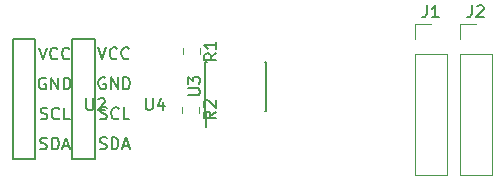
<source format=gbr>
G04 #@! TF.GenerationSoftware,KiCad,Pcbnew,5.0.0-fee4fd1~66~ubuntu18.04.1*
G04 #@! TF.CreationDate,2018-10-20T19:30:02+02:00*
G04 #@! TF.ProjectId,bmp280-sensor-board,626D703238302D73656E736F722D626F,rev?*
G04 #@! TF.SameCoordinates,Original*
G04 #@! TF.FileFunction,Legend,Top*
G04 #@! TF.FilePolarity,Positive*
%FSLAX46Y46*%
G04 Gerber Fmt 4.6, Leading zero omitted, Abs format (unit mm)*
G04 Created by KiCad (PCBNEW 5.0.0-fee4fd1~66~ubuntu18.04.1) date Sat Oct 20 19:30:02 2018*
%MOMM*%
%LPD*%
G01*
G04 APERTURE LIST*
%ADD10C,0.120000*%
%ADD11C,0.150000*%
G04 APERTURE END LIST*
D10*
G04 #@! TO.C,R1*
X110565000Y-44803748D02*
X110565000Y-45326252D01*
X109145000Y-44803748D02*
X109145000Y-45326252D01*
G04 #@! TO.C,R2*
X109100000Y-49738748D02*
X109100000Y-50261252D01*
X110520000Y-49738748D02*
X110520000Y-50261252D01*
D11*
G04 #@! TO.C,U3*
X111045000Y-50085000D02*
X111095000Y-50085000D01*
X111045000Y-45935000D02*
X111190000Y-45935000D01*
X116195000Y-45935000D02*
X116050000Y-45935000D01*
X116195000Y-50085000D02*
X116050000Y-50085000D01*
X111045000Y-50085000D02*
X111045000Y-45935000D01*
X116195000Y-50085000D02*
X116195000Y-45935000D01*
X111095000Y-50085000D02*
X111095000Y-51485000D01*
G04 #@! TO.C,U2*
X96647000Y-44005500D02*
X94742000Y-44005500D01*
X96647000Y-54165500D02*
X96647000Y-44005500D01*
X94742000Y-54165500D02*
X96647000Y-54165500D01*
X94742000Y-44005500D02*
X94742000Y-54165500D01*
G04 #@! TO.C,U4*
X99779500Y-43985500D02*
X99779500Y-54145500D01*
X99779500Y-54145500D02*
X101684500Y-54145500D01*
X101684500Y-54145500D02*
X101684500Y-43985500D01*
X101684500Y-43985500D02*
X99779500Y-43985500D01*
D10*
G04 #@! TO.C,J1*
X128800000Y-55530000D02*
X131460000Y-55530000D01*
X128800000Y-45310000D02*
X128800000Y-55530000D01*
X131460000Y-45310000D02*
X131460000Y-55530000D01*
X128800000Y-45310000D02*
X131460000Y-45310000D01*
X128800000Y-44040000D02*
X128800000Y-42710000D01*
X128800000Y-42710000D02*
X130130000Y-42710000D01*
G04 #@! TO.C,J2*
X132610000Y-42710000D02*
X133940000Y-42710000D01*
X132610000Y-44040000D02*
X132610000Y-42710000D01*
X132610000Y-45310000D02*
X135270000Y-45310000D01*
X135270000Y-45310000D02*
X135270000Y-55530000D01*
X132610000Y-45310000D02*
X132610000Y-55530000D01*
X132610000Y-55530000D02*
X135270000Y-55530000D01*
G04 #@! TO.C,R1*
D11*
X111957380Y-45231666D02*
X111481190Y-45565000D01*
X111957380Y-45803095D02*
X110957380Y-45803095D01*
X110957380Y-45422142D01*
X111005000Y-45326904D01*
X111052619Y-45279285D01*
X111147857Y-45231666D01*
X111290714Y-45231666D01*
X111385952Y-45279285D01*
X111433571Y-45326904D01*
X111481190Y-45422142D01*
X111481190Y-45803095D01*
X111957380Y-44279285D02*
X111957380Y-44850714D01*
X111957380Y-44565000D02*
X110957380Y-44565000D01*
X111100238Y-44660238D01*
X111195476Y-44755476D01*
X111243095Y-44850714D01*
G04 #@! TO.C,R2*
X111912380Y-50166666D02*
X111436190Y-50500000D01*
X111912380Y-50738095D02*
X110912380Y-50738095D01*
X110912380Y-50357142D01*
X110960000Y-50261904D01*
X111007619Y-50214285D01*
X111102857Y-50166666D01*
X111245714Y-50166666D01*
X111340952Y-50214285D01*
X111388571Y-50261904D01*
X111436190Y-50357142D01*
X111436190Y-50738095D01*
X111007619Y-49785714D02*
X110960000Y-49738095D01*
X110912380Y-49642857D01*
X110912380Y-49404761D01*
X110960000Y-49309523D01*
X111007619Y-49261904D01*
X111102857Y-49214285D01*
X111198095Y-49214285D01*
X111340952Y-49261904D01*
X111912380Y-49833333D01*
X111912380Y-49214285D01*
G04 #@! TO.C,U3*
X109572380Y-48771904D02*
X110381904Y-48771904D01*
X110477142Y-48724285D01*
X110524761Y-48676666D01*
X110572380Y-48581428D01*
X110572380Y-48390952D01*
X110524761Y-48295714D01*
X110477142Y-48248095D01*
X110381904Y-48200476D01*
X109572380Y-48200476D01*
X109572380Y-47819523D02*
X109572380Y-47200476D01*
X109953333Y-47533809D01*
X109953333Y-47390952D01*
X110000952Y-47295714D01*
X110048571Y-47248095D01*
X110143809Y-47200476D01*
X110381904Y-47200476D01*
X110477142Y-47248095D01*
X110524761Y-47295714D01*
X110572380Y-47390952D01*
X110572380Y-47676666D01*
X110524761Y-47771904D01*
X110477142Y-47819523D01*
G04 #@! TO.C,U2*
X100965095Y-49037880D02*
X100965095Y-49847404D01*
X101012714Y-49942642D01*
X101060333Y-49990261D01*
X101155571Y-50037880D01*
X101346047Y-50037880D01*
X101441285Y-49990261D01*
X101488904Y-49942642D01*
X101536523Y-49847404D01*
X101536523Y-49037880D01*
X101965095Y-49133119D02*
X102012714Y-49085500D01*
X102107952Y-49037880D01*
X102346047Y-49037880D01*
X102441285Y-49085500D01*
X102488904Y-49133119D01*
X102536523Y-49228357D01*
X102536523Y-49323595D01*
X102488904Y-49466452D01*
X101917476Y-50037880D01*
X102536523Y-50037880D01*
X96943666Y-44747880D02*
X97277000Y-45747880D01*
X97610333Y-44747880D01*
X98515095Y-45652642D02*
X98467476Y-45700261D01*
X98324619Y-45747880D01*
X98229380Y-45747880D01*
X98086523Y-45700261D01*
X97991285Y-45605023D01*
X97943666Y-45509785D01*
X97896047Y-45319309D01*
X97896047Y-45176452D01*
X97943666Y-44985976D01*
X97991285Y-44890738D01*
X98086523Y-44795500D01*
X98229380Y-44747880D01*
X98324619Y-44747880D01*
X98467476Y-44795500D01*
X98515095Y-44843119D01*
X99515095Y-45652642D02*
X99467476Y-45700261D01*
X99324619Y-45747880D01*
X99229380Y-45747880D01*
X99086523Y-45700261D01*
X98991285Y-45605023D01*
X98943666Y-45509785D01*
X98896047Y-45319309D01*
X98896047Y-45176452D01*
X98943666Y-44985976D01*
X98991285Y-44890738D01*
X99086523Y-44795500D01*
X99229380Y-44747880D01*
X99324619Y-44747880D01*
X99467476Y-44795500D01*
X99515095Y-44843119D01*
X97515095Y-47335500D02*
X97419857Y-47287880D01*
X97277000Y-47287880D01*
X97134142Y-47335500D01*
X97038904Y-47430738D01*
X96991285Y-47525976D01*
X96943666Y-47716452D01*
X96943666Y-47859309D01*
X96991285Y-48049785D01*
X97038904Y-48145023D01*
X97134142Y-48240261D01*
X97277000Y-48287880D01*
X97372238Y-48287880D01*
X97515095Y-48240261D01*
X97562714Y-48192642D01*
X97562714Y-47859309D01*
X97372238Y-47859309D01*
X97991285Y-48287880D02*
X97991285Y-47287880D01*
X98562714Y-48287880D01*
X98562714Y-47287880D01*
X99038904Y-48287880D02*
X99038904Y-47287880D01*
X99277000Y-47287880D01*
X99419857Y-47335500D01*
X99515095Y-47430738D01*
X99562714Y-47525976D01*
X99610333Y-47716452D01*
X99610333Y-47859309D01*
X99562714Y-48049785D01*
X99515095Y-48145023D01*
X99419857Y-48240261D01*
X99277000Y-48287880D01*
X99038904Y-48287880D01*
X97086523Y-50780261D02*
X97229380Y-50827880D01*
X97467476Y-50827880D01*
X97562714Y-50780261D01*
X97610333Y-50732642D01*
X97657952Y-50637404D01*
X97657952Y-50542166D01*
X97610333Y-50446928D01*
X97562714Y-50399309D01*
X97467476Y-50351690D01*
X97277000Y-50304071D01*
X97181761Y-50256452D01*
X97134142Y-50208833D01*
X97086523Y-50113595D01*
X97086523Y-50018357D01*
X97134142Y-49923119D01*
X97181761Y-49875500D01*
X97277000Y-49827880D01*
X97515095Y-49827880D01*
X97657952Y-49875500D01*
X98657952Y-50732642D02*
X98610333Y-50780261D01*
X98467476Y-50827880D01*
X98372238Y-50827880D01*
X98229380Y-50780261D01*
X98134142Y-50685023D01*
X98086523Y-50589785D01*
X98038904Y-50399309D01*
X98038904Y-50256452D01*
X98086523Y-50065976D01*
X98134142Y-49970738D01*
X98229380Y-49875500D01*
X98372238Y-49827880D01*
X98467476Y-49827880D01*
X98610333Y-49875500D01*
X98657952Y-49923119D01*
X99562714Y-50827880D02*
X99086523Y-50827880D01*
X99086523Y-49827880D01*
X97062714Y-53320261D02*
X97205571Y-53367880D01*
X97443666Y-53367880D01*
X97538904Y-53320261D01*
X97586523Y-53272642D01*
X97634142Y-53177404D01*
X97634142Y-53082166D01*
X97586523Y-52986928D01*
X97538904Y-52939309D01*
X97443666Y-52891690D01*
X97253190Y-52844071D01*
X97157952Y-52796452D01*
X97110333Y-52748833D01*
X97062714Y-52653595D01*
X97062714Y-52558357D01*
X97110333Y-52463119D01*
X97157952Y-52415500D01*
X97253190Y-52367880D01*
X97491285Y-52367880D01*
X97634142Y-52415500D01*
X98062714Y-53367880D02*
X98062714Y-52367880D01*
X98300809Y-52367880D01*
X98443666Y-52415500D01*
X98538904Y-52510738D01*
X98586523Y-52605976D01*
X98634142Y-52796452D01*
X98634142Y-52939309D01*
X98586523Y-53129785D01*
X98538904Y-53225023D01*
X98443666Y-53320261D01*
X98300809Y-53367880D01*
X98062714Y-53367880D01*
X99015095Y-53082166D02*
X99491285Y-53082166D01*
X98919857Y-53367880D02*
X99253190Y-52367880D01*
X99586523Y-53367880D01*
G04 #@! TO.C,U4*
X106002595Y-49017880D02*
X106002595Y-49827404D01*
X106050214Y-49922642D01*
X106097833Y-49970261D01*
X106193071Y-50017880D01*
X106383547Y-50017880D01*
X106478785Y-49970261D01*
X106526404Y-49922642D01*
X106574023Y-49827404D01*
X106574023Y-49017880D01*
X107478785Y-49351214D02*
X107478785Y-50017880D01*
X107240690Y-48970261D02*
X107002595Y-49684547D01*
X107621642Y-49684547D01*
X102100214Y-53300261D02*
X102243071Y-53347880D01*
X102481166Y-53347880D01*
X102576404Y-53300261D01*
X102624023Y-53252642D01*
X102671642Y-53157404D01*
X102671642Y-53062166D01*
X102624023Y-52966928D01*
X102576404Y-52919309D01*
X102481166Y-52871690D01*
X102290690Y-52824071D01*
X102195452Y-52776452D01*
X102147833Y-52728833D01*
X102100214Y-52633595D01*
X102100214Y-52538357D01*
X102147833Y-52443119D01*
X102195452Y-52395500D01*
X102290690Y-52347880D01*
X102528785Y-52347880D01*
X102671642Y-52395500D01*
X103100214Y-53347880D02*
X103100214Y-52347880D01*
X103338309Y-52347880D01*
X103481166Y-52395500D01*
X103576404Y-52490738D01*
X103624023Y-52585976D01*
X103671642Y-52776452D01*
X103671642Y-52919309D01*
X103624023Y-53109785D01*
X103576404Y-53205023D01*
X103481166Y-53300261D01*
X103338309Y-53347880D01*
X103100214Y-53347880D01*
X104052595Y-53062166D02*
X104528785Y-53062166D01*
X103957357Y-53347880D02*
X104290690Y-52347880D01*
X104624023Y-53347880D01*
X102124023Y-50760261D02*
X102266880Y-50807880D01*
X102504976Y-50807880D01*
X102600214Y-50760261D01*
X102647833Y-50712642D01*
X102695452Y-50617404D01*
X102695452Y-50522166D01*
X102647833Y-50426928D01*
X102600214Y-50379309D01*
X102504976Y-50331690D01*
X102314500Y-50284071D01*
X102219261Y-50236452D01*
X102171642Y-50188833D01*
X102124023Y-50093595D01*
X102124023Y-49998357D01*
X102171642Y-49903119D01*
X102219261Y-49855500D01*
X102314500Y-49807880D01*
X102552595Y-49807880D01*
X102695452Y-49855500D01*
X103695452Y-50712642D02*
X103647833Y-50760261D01*
X103504976Y-50807880D01*
X103409738Y-50807880D01*
X103266880Y-50760261D01*
X103171642Y-50665023D01*
X103124023Y-50569785D01*
X103076404Y-50379309D01*
X103076404Y-50236452D01*
X103124023Y-50045976D01*
X103171642Y-49950738D01*
X103266880Y-49855500D01*
X103409738Y-49807880D01*
X103504976Y-49807880D01*
X103647833Y-49855500D01*
X103695452Y-49903119D01*
X104600214Y-50807880D02*
X104124023Y-50807880D01*
X104124023Y-49807880D01*
X102552595Y-47315500D02*
X102457357Y-47267880D01*
X102314500Y-47267880D01*
X102171642Y-47315500D01*
X102076404Y-47410738D01*
X102028785Y-47505976D01*
X101981166Y-47696452D01*
X101981166Y-47839309D01*
X102028785Y-48029785D01*
X102076404Y-48125023D01*
X102171642Y-48220261D01*
X102314500Y-48267880D01*
X102409738Y-48267880D01*
X102552595Y-48220261D01*
X102600214Y-48172642D01*
X102600214Y-47839309D01*
X102409738Y-47839309D01*
X103028785Y-48267880D02*
X103028785Y-47267880D01*
X103600214Y-48267880D01*
X103600214Y-47267880D01*
X104076404Y-48267880D02*
X104076404Y-47267880D01*
X104314500Y-47267880D01*
X104457357Y-47315500D01*
X104552595Y-47410738D01*
X104600214Y-47505976D01*
X104647833Y-47696452D01*
X104647833Y-47839309D01*
X104600214Y-48029785D01*
X104552595Y-48125023D01*
X104457357Y-48220261D01*
X104314500Y-48267880D01*
X104076404Y-48267880D01*
X101981166Y-44727880D02*
X102314500Y-45727880D01*
X102647833Y-44727880D01*
X103552595Y-45632642D02*
X103504976Y-45680261D01*
X103362119Y-45727880D01*
X103266880Y-45727880D01*
X103124023Y-45680261D01*
X103028785Y-45585023D01*
X102981166Y-45489785D01*
X102933547Y-45299309D01*
X102933547Y-45156452D01*
X102981166Y-44965976D01*
X103028785Y-44870738D01*
X103124023Y-44775500D01*
X103266880Y-44727880D01*
X103362119Y-44727880D01*
X103504976Y-44775500D01*
X103552595Y-44823119D01*
X104552595Y-45632642D02*
X104504976Y-45680261D01*
X104362119Y-45727880D01*
X104266880Y-45727880D01*
X104124023Y-45680261D01*
X104028785Y-45585023D01*
X103981166Y-45489785D01*
X103933547Y-45299309D01*
X103933547Y-45156452D01*
X103981166Y-44965976D01*
X104028785Y-44870738D01*
X104124023Y-44775500D01*
X104266880Y-44727880D01*
X104362119Y-44727880D01*
X104504976Y-44775500D01*
X104552595Y-44823119D01*
G04 #@! TO.C,J1*
X129796666Y-41162380D02*
X129796666Y-41876666D01*
X129749047Y-42019523D01*
X129653809Y-42114761D01*
X129510952Y-42162380D01*
X129415714Y-42162380D01*
X130796666Y-42162380D02*
X130225238Y-42162380D01*
X130510952Y-42162380D02*
X130510952Y-41162380D01*
X130415714Y-41305238D01*
X130320476Y-41400476D01*
X130225238Y-41448095D01*
G04 #@! TO.C,J2*
X133606666Y-41162380D02*
X133606666Y-41876666D01*
X133559047Y-42019523D01*
X133463809Y-42114761D01*
X133320952Y-42162380D01*
X133225714Y-42162380D01*
X134035238Y-41257619D02*
X134082857Y-41210000D01*
X134178095Y-41162380D01*
X134416190Y-41162380D01*
X134511428Y-41210000D01*
X134559047Y-41257619D01*
X134606666Y-41352857D01*
X134606666Y-41448095D01*
X134559047Y-41590952D01*
X133987619Y-42162380D01*
X134606666Y-42162380D01*
G04 #@! TD*
M02*

</source>
